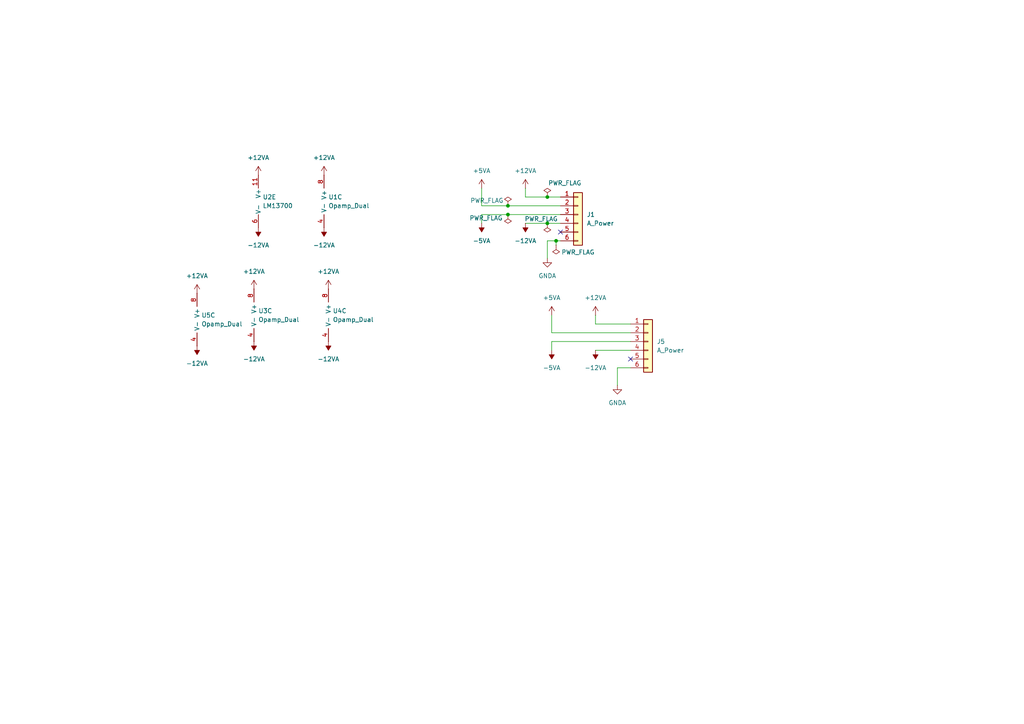
<source format=kicad_sch>
(kicad_sch (version 20250114) (generator "eeschema") (generator_version "9.0")
  (paper "A4")
  (lib_symbols
    (symbol "Amplifier_Operational:LM13700" (pin_names (offset 0.127))
      (property "Reference" "U" (at 3.81 5.08 0))
      (property "Value" "LM13700" (at 5.08 -5.08 0))
      (symbol "LM13700_1_1"
        (polyline (pts (xy 3.81 -0.635) (xy 3.81 -2.54) (xy 5.08 -2.54)))
        (polyline (pts (xy 5.08 0) (xy -5.08 -5.08) (xy -5.08 5.08) (xy 5.08 0)) (stroke (width 0.254)) (fill (type background)))
        (pin input line (at -7.62 2.54 0) (length 2.54) (name "-") (number "13"))
        (pin input line (at -7.62 0 0) (length 2.54) (name "DIODE_BIAS") (number "15"))
        (pin input line (at -7.62 -2.54 0) (length 2.54) (name "+") (number "14"))
        (pin output line (at 7.62 0 180) (length 2.54) (name "~") (number "12"))
        (pin input line (at 7.62 -2.54 180) (length 2.54) (name "~") (number "16"))
      )
      (symbol "LM13700_2_0"
        (polyline (pts (xy -1.905 2.54) (xy -3.175 2.54)))
      )
      (symbol "LM13700_2_1"
        (polyline (pts (xy -3.81 1.27) (xy -3.81 -1.27)))
        (polyline (pts (xy -3.81 0.635) (xy -2.54 1.27) (xy -2.54 1.905) (xy -2.54 2.54)))
        (polyline (pts (xy -3.81 -0.635) (xy -2.54 -1.27)))
        (circle (center -2.54 1.905) (radius 0.254) (stroke (width 0.254)) (fill (type outline)))
        (polyline (pts (xy -2.54 0) (xy -2.54 -2.54)))
        (polyline (pts (xy -2.54 -0.635) (xy -1.27 0) (xy -1.27 1.905) (xy -2.54 1.905)))
        (polyline (pts (xy -2.54 -1.27) (xy -3.175 -0.635) (xy -3.175 -1.27) (xy -2.54 -1.27)) (fill (type outline)))
        (polyline (pts (xy -2.54 -1.905) (xy -1.27 -2.54)))
        (polyline (pts (xy -1.27 -2.54) (xy -1.905 -1.905) (xy -1.905 -2.54) (xy -1.27 -2.54)) (fill (type outline)))
        (text "V+" (at -2.54 3.81 0) (effects (font (size 1.27 1.27))))
        (pin input line (at -7.62 0 0) (length 3.81) (name "~") (number "10"))
        (pin output line (at 2.54 -2.54 180) (length 3.81) (name "~") (number "9"))
      )
      (symbol "LM13700_3_1"
        (polyline (pts (xy 3.81 -0.635) (xy 3.81 -2.54) (xy 5.08 -2.54)))
        (polyline (pts (xy 5.08 0) (xy -5.08 -5.08) (xy -5.08 5.08) (xy 5.08 0)) (stroke (width 0.254)) (fill (type background)))
        (pin input line (at -7.62 2.54 0) (length 2.54) (name "-") (number "4"))
        (pin input line (at -7.62 0 0) (length 2.54) (name "DIODE_BIAS") (number "2"))
        (pin input line (at -7.62 -2.54 0) (length 2.54) (name "+") (number "3"))
        (pin output line (at 7.62 0 180) (length 2.54) (name "~") (number "5"))
        (pin input line (at 7.62 -2.54 180) (length 2.54) (name "~") (number "1"))
      )
      (symbol "LM13700_4_0"
        (polyline (pts (xy -3.175 2.54) (xy -1.905 2.54)))
        (text "V+" (at -2.54 3.81 0) (effects (font (size 1.27 1.27))))
      )
      (symbol "LM13700_4_1"
        (polyline (pts (xy -3.81 1.27) (xy -3.81 -1.27)))
        (polyline (pts (xy -3.81 0.635) (xy -2.54 1.27) (xy -2.54 2.54)))
        (polyline (pts (xy -3.81 -0.635) (xy -2.54 -1.27)))
        (circle (center -2.54 1.905) (radius 0.254) (stroke (width 0.254)) (fill (type outline)))
        (polyline (pts (xy -2.54 0) (xy -2.54 -2.54)))
        (polyline (pts (xy -2.54 -0.635) (xy -1.27 0) (xy -1.27 1.905) (xy -2.54 1.905)))
        (polyline (pts (xy -2.54 -1.27) (xy -3.175 -0.635) (xy -3.175 -1.27) (xy -2.54 -1.27)) (fill (type outline)))
        (polyline (pts (xy -2.54 -1.905) (xy -1.27 -2.54)))
        (polyline (pts (xy -1.27 -2.54) (xy -1.905 -1.905) (xy -1.905 -2.54) (xy -1.27 -2.54)) (fill (type outline)))
        (pin input line (at -7.62 0 0) (length 3.81) (name "~") (number "7"))
        (pin output line (at 2.54 -2.54 180) (length 3.81) (name "~") (number "8"))
      )
      (symbol "LM13700_5_1"
        (pin power_in line (at -2.54 7.62 270) (length 3.81) (name "V+") (number "11"))
        (pin power_in line (at -2.54 -7.62 90) (length 3.81) (name "V-") (number "6"))
      )
    )
    (symbol "Connector_Generic:Conn_01x06" (pin_names (offset 1.016) (hide yes))
      (property "Reference" "J" (at 0 7.62 0))
      (property "Value" "Conn_01x06" (at 0 -10.16 0))
      (symbol "Conn_01x06_1_1"
        (rectangle (start -1.27 6.35) (end 1.27 -8.89) (stroke (width 0.254)) (fill (type background)))
        (rectangle (start -1.27 5.207) (end 0 4.953) (stroke (width 0.1524)))
        (rectangle (start -1.27 2.667) (end 0 2.413) (stroke (width 0.1524)))
        (rectangle (start -1.27 0.127) (end 0 -0.127) (stroke (width 0.1524)))
        (rectangle (start -1.27 -2.413) (end 0 -2.667) (stroke (width 0.1524)))
        (rectangle (start -1.27 -4.953) (end 0 -5.207) (stroke (width 0.1524)))
        (rectangle (start -1.27 -7.493) (end 0 -7.747) (stroke (width 0.1524)))
        (pin passive line (at -5.08 5.08 0) (length 3.81) (name "Pin_1") (number "1"))
        (pin passive line (at -5.08 2.54 0) (length 3.81) (name "Pin_2") (number "2"))
        (pin passive line (at -5.08 0 0) (length 3.81) (name "Pin_3") (number "3"))
        (pin passive line (at -5.08 -2.54 0) (length 3.81) (name "Pin_4") (number "4"))
        (pin passive line (at -5.08 -5.08 0) (length 3.81) (name "Pin_5") (number "5"))
        (pin passive line (at -5.08 -7.62 0) (length 3.81) (name "Pin_6") (number "6"))
      )
    )
    (symbol "Device:Opamp_Dual"
      (property "Reference" "U" (at 0 5.08 0))
      (property "Value" "Opamp_Dual" (at 0 -5.08 0))
      (symbol "Opamp_Dual_1_1"
        (polyline (pts (xy -5.08 5.08) (xy 5.08 0) (xy -5.08 -5.08) (xy -5.08 5.08)) (stroke (width 0.254)) (fill (type background)))
        (pin input line (at -7.62 2.54 0) (length 2.54) (name "+") (number "3"))
        (pin input line (at -7.62 -2.54 0) (length 2.54) (name "-") (number "2"))
        (pin output line (at 7.62 0 180) (length 2.54) (name "~") (number "1"))
      )
      (symbol "Opamp_Dual_2_1"
        (polyline (pts (xy -5.08 5.08) (xy 5.08 0) (xy -5.08 -5.08) (xy -5.08 5.08)) (stroke (width 0.254)) (fill (type background)))
        (pin input line (at -7.62 2.54 0) (length 2.54) (name "+") (number "5"))
        (pin input line (at -7.62 -2.54 0) (length 2.54) (name "-") (number "6"))
        (pin output line (at 7.62 0 180) (length 2.54) (name "~") (number "7"))
      )
      (symbol "Opamp_Dual_3_1"
        (pin power_in line (at -2.54 7.62 270) (length 3.81) (name "V+") (number "8"))
        (pin power_in line (at -2.54 -7.62 90) (length 3.81) (name "V-") (number "4"))
      )
    )
    (symbol "Opamp_Dual_1"
      (property "Reference" "U" (at 0 5.08 0))
      (property "Value" "Opamp_Dual" (at 0 -5.08 0))
      (symbol "Opamp_Dual_1_1_1"
        (polyline (pts (xy -5.08 5.08) (xy 5.08 0) (xy -5.08 -5.08) (xy -5.08 5.08)) (stroke (width 0.254)) (fill (type background)))
        (pin input line (at -7.62 2.54 0) (length 2.54) (name "+") (number "3"))
        (pin input line (at -7.62 -2.54 0) (length 2.54) (name "-") (number "2"))
        (pin output line (at 7.62 0 180) (length 2.54) (name "~") (number "1"))
      )
      (symbol "Opamp_Dual_1_2_1"
        (polyline (pts (xy -5.08 5.08) (xy 5.08 0) (xy -5.08 -5.08) (xy -5.08 5.08)) (stroke (width 0.254)) (fill (type background)))
        (pin input line (at -7.62 2.54 0) (length 2.54) (name "+") (number "5"))
        (pin input line (at -7.62 -2.54 0) (length 2.54) (name "-") (number "6"))
        (pin output line (at 7.62 0 180) (length 2.54) (name "~") (number "7"))
      )
      (symbol "Opamp_Dual_1_3_1"
        (pin power_in line (at -2.54 7.62 270) (length 3.81) (name "V+") (number "8"))
        (pin power_in line (at -2.54 -7.62 90) (length 3.81) (name "V-") (number "4"))
      )
    )
    (symbol "power:+12VA" (power) (pin_numbers (hide yes)) (pin_names (offset 0) (hide yes))
      (property "Value" "+12VA" (at 0 3.556 0))
      (symbol "+12VA_0_1"
        (polyline (pts (xy -0.762 1.27) (xy 0 2.54)))
        (polyline (pts (xy 0 2.54) (xy 0.762 1.27)))
        (polyline (pts (xy 0 0) (xy 0 2.54)))
      )
      (symbol "+12VA_1_1"
        (pin power_in line (at 0 0 90) (length 0) (name "~") (number "1"))
      )
    )
    (symbol "power:+5VA" (power) (pin_numbers (hide yes)) (pin_names (offset 0) (hide yes))
      (property "Value" "+5VA" (at 0 3.556 0))
      (symbol "+5VA_0_1"
        (polyline (pts (xy -0.762 1.27) (xy 0 2.54)))
        (polyline (pts (xy 0 2.54) (xy 0.762 1.27)))
        (polyline (pts (xy 0 0) (xy 0 2.54)))
      )
      (symbol "+5VA_1_1"
        (pin power_in line (at 0 0 90) (length 0) (name "~") (number "1"))
      )
    )
    (symbol "power:-12VA" (power) (pin_numbers (hide yes)) (pin_names (offset 0) (hide yes))
      (property "Value" "-12VA" (at 0 3.556 0))
      (symbol "-12VA_0_0"
        (pin power_in line (at 0 0 90) (length 0) (name "~") (number "1"))
      )
      (symbol "-12VA_0_1"
        (polyline (pts (xy 0 0) (xy 0 1.27) (xy 0.762 1.27) (xy 0 2.54) (xy -0.762 1.27) (xy 0 1.27)) (fill (type outline)))
      )
    )
    (symbol "power:-5VA" (power) (pin_numbers (hide yes)) (pin_names (offset 0) (hide yes))
      (property "Value" "-5VA" (at 0 3.556 0))
      (symbol "-5VA_0_0"
        (pin power_in line (at 0 0 90) (length 0) (name "~") (number "1"))
      )
      (symbol "-5VA_0_1"
        (polyline (pts (xy 0 0) (xy 0 1.27) (xy 0.762 1.27) (xy 0 2.54) (xy -0.762 1.27) (xy 0 1.27)) (fill (type outline)))
      )
    )
    (symbol "power:GNDA" (power) (pin_numbers (hide yes)) (pin_names (offset 0) (hide yes))
      (property "Value" "GNDA" (at 0 -3.81 0))
      (symbol "GNDA_0_1"
        (polyline (pts (xy 0 0) (xy 0 -1.27) (xy 1.27 -1.27) (xy 0 -2.54) (xy -1.27 -1.27) (xy 0 -1.27)))
      )
      (symbol "GNDA_1_1"
        (pin power_in line (at 0 0 270) (length 0) (name "~") (number "1"))
      )
    )
    (symbol "power:PWR_FLAG" (power) (pin_numbers (hide yes)) (pin_names (offset 0) (hide yes))
      (property "Value" "PWR_FLAG" (at 0 3.81 0))
      (symbol "PWR_FLAG_0_0"
        (pin power_out line (at 0 0 90) (length 0) (name "~") (number "1"))
      )
      (symbol "PWR_FLAG_0_1"
        (polyline (pts (xy 0 0) (xy 0 1.27) (xy -1.016 1.905) (xy 0 2.54) (xy 1.016 1.905) (xy 0 1.27)))
      )
    )
  )
  (junction (at 161.29 69.85))
  (junction (at 158.75 64.77))
  (junction (at 147.32 59.69))
  (junction (at 158.75 57.15))
  (junction (at 147.32 62.23))
  (no_connect (at 162.56 67.31))
  (no_connect (at 182.88 104.14))
  (wire (pts (xy 179.07 106.68) (xy 182.88 106.68)))
  (wire (pts (xy 147.32 59.69) (xy 139.7 59.69)))
  (wire (pts (xy 162.56 57.15) (xy 158.75 57.15)))
  (wire (pts (xy 162.56 69.85) (xy 161.29 69.85)))
  (wire (pts (xy 172.72 93.98) (xy 182.88 93.98)))
  (wire (pts (xy 160.02 96.52) (xy 182.88 96.52)))
  (wire (pts (xy 160.02 96.52) (xy 160.02 91.44)))
  (wire (pts (xy 162.56 62.23) (xy 147.32 62.23)))
  (wire (pts (xy 172.72 93.98) (xy 172.72 91.44)))
  (wire (pts (xy 179.07 106.68) (xy 179.07 111.76)))
  (wire (pts (xy 160.02 99.06) (xy 182.88 99.06)))
  (wire (pts (xy 162.56 59.69) (xy 147.32 59.69)))
  (wire (pts (xy 152.4 64.77) (xy 158.75 64.77)))
  (wire (pts (xy 158.75 57.15) (xy 152.4 57.15)))
  (wire (pts (xy 161.29 71.12) (xy 161.29 69.85)))
  (wire (pts (xy 161.29 69.85) (xy 158.75 69.85)))
  (wire (pts (xy 139.7 62.23) (xy 139.7 64.77)))
  (wire (pts (xy 172.72 101.6) (xy 182.88 101.6)))
  (wire (pts (xy 158.75 69.85) (xy 158.75 74.93)))
  (wire (pts (xy 160.02 99.06) (xy 160.02 101.6)))
  (wire (pts (xy 158.75 64.77) (xy 162.56 64.77)))
  (wire (pts (xy 152.4 57.15) (xy 152.4 54.61)))
  (wire (pts (xy 147.32 62.23) (xy 139.7 62.23)))
  (wire (pts (xy 139.7 59.69) (xy 139.7 54.61)))
  (symbol (lib_id "power:+12VA") (at 57.15 85.09 0) (unit 1)
    (property "Reference" "#PWR029" (effects (hide yes)))
    (property "Value" "+12VA" (at 57.15 80.01 0))
    (property "Description" "Power symbol creates a global label with name \"+12VA\"" (effects (hide yes)))
  )
  (symbol (lib_id "Device:Opamp_Dual") (at 96.52 58.42 0) (unit 3)
    (property "Reference" "U1" (at 95.25 57.1499 0) (effects (justify left)))
    (property "Value" "Opamp_Dual" (at 95.25 59.6899 0) (effects (justify left)))
    (property "Footprint" "Package_DIP:DIP-8_W7.62mm_LongPads" (effects (hide yes)))
    (property "Description" "Dual operational amplifier" (effects (hide yes)))
    (property "Sim.Library" "${KICAD9_SYMBOL_DIR}/Simulation_SPICE.sp" (effects (hide yes)))
    (property "Sim.Name" "kicad_builtin_opamp_dual" (effects (hide yes)))
    (property "Sim.Device" "SUBCKT" (effects (hide yes)))
    (property "Sim.Pins" "1=out1 2=in1- 3=in1+ 4=vee 5=in2+ 6=in2- 7=out2 8=vcc" (effects (hide yes)))
  )
  (symbol (lib_id "power:-5VA") (at 160.02 101.6 180) (unit 1)
    (property "Reference" "#PWR010" (effects (hide yes)))
    (property "Value" "-5VA" (at 160.02 106.68 0))
    (property "Description" "Power symbol creates a global label with name \"-5VA\"" (effects (hide yes)))
  )
  (symbol (lib_id "power:GNDA") (at 179.07 111.76 0) (unit 1)
    (property "Reference" "#PWR013" (effects (hide yes)))
    (property "Value" "GNDA" (at 179.07 116.84 0))
    (property "Description" "Power symbol creates a global label with name \"GNDA\" , analog ground" (effects (hide yes)))
  )
  (symbol (lib_name "Opamp_Dual_1") (lib_id "Device:Opamp_Dual") (at 76.2 91.44 0) (unit 3)
    (property "Reference" "U3" (at 74.93 90.1699 0) (effects (justify left)))
    (property "Value" "Opamp_Dual" (at 74.93 92.7099 0) (effects (justify left)))
    (property "Footprint" "Package_DIP:DIP-8_W7.62mm_LongPads" (effects (hide yes)))
    (property "Description" "Dual operational amplifier" (effects (hide yes)))
    (property "Sim.Library" "${KICAD9_SYMBOL_DIR}/Simulation_SPICE.sp" (effects (hide yes)))
    (property "Sim.Name" "kicad_builtin_opamp_dual" (effects (hide yes)))
    (property "Sim.Device" "SUBCKT" (effects (hide yes)))
    (property "Sim.Pins" "1=out1 2=in1- 3=in1+ 4=vee 5=in2+ 6=in2- 7=out2 8=vcc" (effects (hide yes)))
  )
  (symbol (lib_id "power:GNDA") (at 158.75 74.93 0) (unit 1)
    (property "Reference" "#PWR05" (effects (hide yes)))
    (property "Value" "GNDA" (at 158.75 80.01 0))
    (property "Description" "Power symbol creates a global label with name \"GNDA\" , analog ground" (effects (hide yes)))
  )
  (symbol (lib_id "power:-12VA") (at 172.72 101.6 180) (unit 1)
    (property "Reference" "#PWR012" (effects (hide yes)))
    (property "Value" "-12VA" (at 172.72 106.68 0))
    (property "Description" "Power symbol creates a global label with name \"-12VA\"" (effects (hide yes)))
  )
  (symbol (lib_id "power:PWR_FLAG") (at 161.29 71.12 180) (unit 1)
    (property "Reference" "#FLG05" (effects (hide yes)))
    (property "Value" "PWR_FLAG" (at 167.64 73.152 0))
    (property "Description" "Special symbol for telling ERC where power comes from" (effects (hide yes)))
  )
  (symbol (lib_id "power:PWR_FLAG") (at 147.32 62.23 180) (unit 1)
    (property "Reference" "#FLG02" (effects (hide yes)))
    (property "Value" "PWR_FLAG" (at 140.97 63.246 0))
    (property "Description" "Special symbol for telling ERC where power comes from" (effects (hide yes)))
  )
  (symbol (lib_id "power:-5VA") (at 139.7 64.77 180) (unit 1)
    (property "Reference" "#PWR02" (effects (hide yes)))
    (property "Value" "-5VA" (at 139.7 69.85 0))
    (property "Description" "Power symbol creates a global label with name \"-5VA\"" (effects (hide yes)))
  )
  (symbol (lib_id "power:+12VA") (at 172.72 91.44 0) (unit 1)
    (property "Reference" "#PWR011" (effects (hide yes)))
    (property "Value" "+12VA" (at 172.72 86.36 0))
    (property "Description" "Power symbol creates a global label with name \"+12VA\"" (effects (hide yes)))
  )
  (symbol (lib_id "Device:Opamp_Dual") (at 97.79 91.44 0) (unit 3)
    (property "Reference" "U4" (at 96.52 90.1699 0) (effects (justify left)))
    (property "Value" "Opamp_Dual" (at 96.52 92.7099 0) (effects (justify left)))
    (property "Footprint" "Package_DIP:DIP-8_W7.62mm_Socket_LongPads" (effects (hide yes)))
    (property "Description" "Dual operational amplifier" (effects (hide yes)))
    (property "Sim.Library" "${KICAD9_SYMBOL_DIR}/Simulation_SPICE.sp" (effects (hide yes)))
    (property "Sim.Name" "kicad_builtin_opamp_dual" (effects (hide yes)))
    (property "Sim.Device" "SUBCKT" (effects (hide yes)))
    (property "Sim.Pins" "1=out1 2=in1- 3=in1+ 4=vee 5=in2+ 6=in2- 7=out2 8=vcc" (effects (hide yes)))
  )
  (symbol (lib_id "Amplifier_Operational:LM13700") (at 77.47 58.42 0) (unit 5)
    (property "Reference" "U2" (at 76.2 57.1499 0) (effects (justify left)))
    (property "Value" "LM13700" (at 76.2 59.6899 0) (effects (justify left)))
    (property "Footprint" "Package_DIP:DIP-16_W7.62mm_LongPads" (effects (hide yes)))
    (property "Datasheet" "http://www.ti.com/lit/ds/symlink/lm13700.pdf" (effects (hide yes)))
    (property "Description" "Dual Operational Transconductance Amplifiers with Linearizing Diodes and Buffers, DIP-16/SOIC-16" (effects (hide yes)))
  )
  (symbol (lib_id "power:+5VA") (at 160.02 91.44 0) (unit 1)
    (property "Reference" "#PWR09" (effects (hide yes)))
    (property "Value" "+5VA" (at 160.02 86.36 0))
    (property "Description" "Power symbol creates a global label with name \"+5VA\"" (effects (hide yes)))
  )
  (symbol (lib_id "power:+12VA") (at 73.66 83.82 0) (unit 1)
    (property "Reference" "#PWR016" (effects (hide yes)))
    (property "Value" "+12VA" (at 73.66 78.74 0))
    (property "Description" "Power symbol creates a global label with name \"+12VA\"" (effects (hide yes)))
  )
  (symbol (lib_id "power:PWR_FLAG") (at 147.32 59.69 0) (unit 1)
    (property "Reference" "#FLG01" (effects (hide yes)))
    (property "Value" "PWR_FLAG" (at 141.224 58.166 0))
    (property "Description" "Special symbol for telling ERC where power comes from" (effects (hide yes)))
  )
  (symbol (lib_id "Connector_Generic:Conn_01x06") (at 167.64 62.23 0) (unit 1)
    (property "Reference" "J1" (at 170.18 62.2299 0) (effects (justify left)))
    (property "Value" "A_Power" (at 170.18 64.7699 0) (effects (justify left)))
    (property "Footprint" "Connector_PinHeader_2.54mm:PinHeader_1x06_P2.54mm_Vertical" (effects (hide yes)))
    (property "Description" "Generic connector, single row, 01x06, script generated (kicad-library-utils/schlib/autogen/connector/)" (effects (hide yes)))
  )
  (symbol (lib_id "power:+12VA") (at 93.98 50.8 0) (unit 1)
    (property "Reference" "#PWR015" (effects (hide yes)))
    (property "Value" "+12VA" (at 93.98 45.72 0))
    (property "Description" "Power symbol creates a global label with name \"+12VA\"" (effects (hide yes)))
  )
  (symbol (lib_id "power:+5VA") (at 139.7 54.61 0) (unit 1)
    (property "Reference" "#PWR01" (effects (hide yes)))
    (property "Value" "+5VA" (at 139.7 49.53 0))
    (property "Description" "Power symbol creates a global label with name \"+5VA\"" (effects (hide yes)))
  )
  (symbol (lib_id "power:-12VA") (at 95.25 99.06 180) (unit 1)
    (property "Reference" "#PWR025" (effects (hide yes)))
    (property "Value" "-12VA" (at 95.25 104.14 0))
    (property "Description" "Power symbol creates a global label with name \"-12VA\"" (effects (hide yes)))
  )
  (symbol (lib_id "power:-12VA") (at 57.15 100.33 180) (unit 1)
    (property "Reference" "#PWR028" (effects (hide yes)))
    (property "Value" "-12VA" (at 57.15 105.41 0))
    (property "Description" "Power symbol creates a global label with name \"-12VA\"" (effects (hide yes)))
  )
  (symbol (lib_id "power:-12VA") (at 152.4 64.77 180) (unit 1)
    (property "Reference" "#PWR04" (effects (hide yes)))
    (property "Value" "-12VA" (at 152.4 69.85 0))
    (property "Description" "Power symbol creates a global label with name \"-12VA\"" (effects (hide yes)))
  )
  (symbol (lib_id "power:PWR_FLAG") (at 158.75 64.77 180) (unit 1)
    (property "Reference" "#FLG04" (effects (hide yes)))
    (property "Value" "PWR_FLAG" (at 156.972 63.5 0))
    (property "Description" "Special symbol for telling ERC where power comes from" (effects (hide yes)))
  )
  (symbol (lib_id "power:+12VA") (at 95.25 83.82 0) (unit 1)
    (property "Reference" "#PWR017" (effects (hide yes)))
    (property "Value" "+12VA" (at 95.25 78.74 0))
    (property "Description" "Power symbol creates a global label with name \"+12VA\"" (effects (hide yes)))
  )
  (symbol (lib_id "power:-12VA") (at 93.98 66.04 180) (unit 1)
    (property "Reference" "#PWR021" (effects (hide yes)))
    (property "Value" "-12VA" (at 93.98 71.12 0))
    (property "Description" "Power symbol creates a global label with name \"-12VA\"" (effects (hide yes)))
  )
  (symbol (lib_id "power:PWR_FLAG") (at 158.75 57.15 0) (unit 1)
    (property "Reference" "#FLG03" (effects (hide yes)))
    (property "Value" "PWR_FLAG" (at 163.83 53.086 0))
    (property "Description" "Special symbol for telling ERC where power comes from" (effects (hide yes)))
  )
  (symbol (lib_id "Device:Opamp_Dual") (at 59.69 92.71 0) (unit 3)
    (property "Reference" "U5" (at 58.42 91.4399 0) (effects (justify left)))
    (property "Value" "Opamp_Dual" (at 58.42 93.9799 0) (effects (justify left)))
    (property "Footprint" "Package_DIP:DIP-8_W7.62mm_Socket_LongPads" (effects (hide yes)))
    (property "Description" "Dual operational amplifier" (effects (hide yes)))
    (property "Sim.Library" "${KICAD9_SYMBOL_DIR}/Simulation_SPICE.sp" (effects (hide yes)))
    (property "Sim.Name" "kicad_builtin_opamp_dual" (effects (hide yes)))
    (property "Sim.Device" "SUBCKT" (effects (hide yes)))
    (property "Sim.Pins" "1=out1 2=in1- 3=in1+ 4=vee 5=in2+ 6=in2- 7=out2 8=vcc" (effects (hide yes)))
  )
  (symbol (lib_id "power:+12VA") (at 152.4 54.61 0) (unit 1)
    (property "Reference" "#PWR03" (effects (hide yes)))
    (property "Value" "+12VA" (at 152.4 49.53 0))
    (property "Description" "Power symbol creates a global label with name \"+12VA\"" (effects (hide yes)))
  )
  (symbol (lib_id "power:-12VA") (at 74.93 66.04 180) (unit 1)
    (property "Reference" "#PWR020" (effects (hide yes)))
    (property "Value" "-12VA" (at 74.93 71.12 0))
    (property "Description" "Power symbol creates a global label with name \"-12VA\"" (effects (hide yes)))
  )
  (symbol (lib_id "power:+12VA") (at 74.93 50.8 0) (unit 1)
    (property "Reference" "#PWR014" (effects (hide yes)))
    (property "Value" "+12VA" (at 74.93 45.72 0))
    (property "Description" "Power symbol creates a global label with name \"+12VA\"" (effects (hide yes)))
  )
  (symbol (lib_id "power:-12VA") (at 73.66 99.06 180) (unit 1)
    (property "Reference" "#PWR024" (effects (hide yes)))
    (property "Value" "-12VA" (at 73.66 104.14 0))
    (property "Description" "Power symbol creates a global label with name \"-12VA\"" (effects (hide yes)))
  )
  (symbol (lib_id "Connector_Generic:Conn_01x06") (at 187.96 99.06 0) (unit 1)
    (property "Reference" "J5" (at 190.5 99.0599 0) (effects (justify left)))
    (property "Value" "A_Power" (at 190.5 101.5999 0) (effects (justify left)))
    (property "Footprint" "Connector_PinHeader_2.54mm:PinHeader_1x06_P2.54mm_Vertical" (effects (hide yes)))
    (property "Description" "Generic connector, single row, 01x06, script generated (kicad-library-utils/schlib/autogen/connector/)" (effects (hide yes)))
  )
)
</source>
